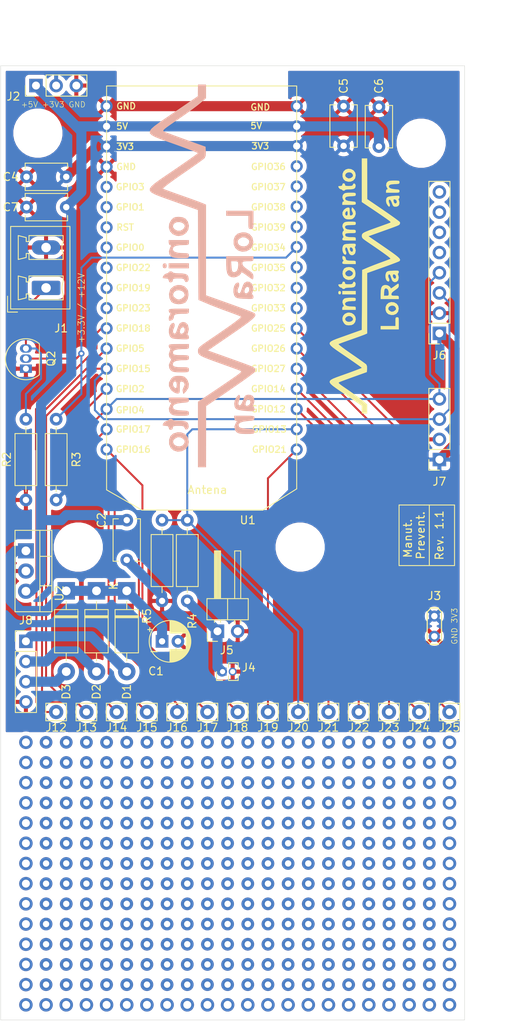
<source format=kicad_pcb>
(kicad_pcb (version 20171130) (host pcbnew "(5.1.9)-1")
  (layers (0 F.Cu signal) (31 B.Cu signal) (35 F.Paste user) (36 B.SilkS user) (37 F.SilkS user) (38 B.Mask user) (39 F.Mask user) (44 Edge.Cuts user))
  (net 0 "")
  (net 1 "Net-(J1-Pad1)")
  (net 2 GND)
  (net 3 +5V)
  (net 4 +3V3)
  (net 5 VBAT)
  (net 6 I2C_SCL)
  (net 7 I2C_SDA)
  (net 8 ENT_DIGITAL)
  (net 9 ADC_BAT)
  (net 10 "Net-(C1-Pad1)")
  (net 11 "Net-(D1-Pad2)")
  (net 12 "Net-(D2-Pad2)")
  (net 13 "Net-(D3-Pad2)")
  (net 14 "Net-(J6-Pad5)")
  (net 15 "Net-(J6-Pad6)")
  (net 16 "Net-(J6-Pad7)")
  (net 17 "Net-(J6-Pad8)")
  (net 18 "Net-(U1-Pad5)")
  (net 19 "Net-(U1-Pad6)")
  (net 20 "Net-(U1-Pad7)")
  (net 21 "Net-(U1-Pad8)")
  (net 22 "Net-(U1-Pad9)")
  (net 23 "Net-(U1-Pad10)")
  (net 24 "Net-(U1-Pad11)")
  (net 25 "Net-(U1-Pad26)")
  (net 26 "Net-(U1-Pad27)")
  (net 27 "Net-(U1-Pad28)")
  (net 28 "Net-(U1-Pad30)")
  (net 29 "Net-(U1-Pad31)")
  (net 30 "Net-(U1-Pad32)")
  (net 31 "Net-(U1-Pad33)")
  (net 32 "Net-(J12-Pad1)")
  (net 33 "Net-(J13-Pad1)")
  (net 34 "Net-(J15-Pad1)")
  (net 35 "Net-(J17-Pad1)")
  (net 36 "Net-(J18-Pad1)")
  (net 37 "Net-(J19-Pad1)")
  (net 38 "Net-(J21-Pad1)")
  (net 39 "Net-(J22-Pad1)")
  (net 40 "Net-(J23-Pad1)")
  (net 41 "Net-(J24-Pad1)")
  (net 42 "Net-(J25-Pad1)")
  (module Connector_PinSocket_2.54mm:PinSocket_1x08_P2.54mm_Vertical (layer F.Cu) (at 133.0452 48.641 180)
    (fp_text reference J6 (at 0 -2.77) (layer F.SilkS))
    (fp_text value MPU6050 hide)
    (pad 1 thru_hole rect (at 0 0 180) (size 1.7 1.7) (drill 1) (layers *.Cu *.Mask) (net 4 +3V3))
    (pad 2 thru_hole oval (at 0 2.54 180) (size 1.7 1.7) (drill 1) (layers *.Cu *.Mask) (net 2 GND))
    (pad 3 thru_hole oval (at 0 5.08 180) (size 1.7 1.7) (drill 1) (layers *.Cu *.Mask) (net 6 I2C_SCL))
    (pad 4 thru_hole oval (at 0 7.62 180) (size 1.7 1.7) (drill 1) (layers *.Cu *.Mask) (net 7 I2C_SDA))
    (pad 5 thru_hole oval (at 0 10.16 180) (size 1.7 1.7) (drill 1) (layers *.Cu *.Mask) (net 14 "Net-(J6-Pad5)"))
    (pad 6 thru_hole oval (at 0 12.7 180) (size 1.7 1.7) (drill 1) (layers *.Cu *.Mask) (net 15 "Net-(J6-Pad6)"))
    (pad 7 thru_hole oval (at 0 15.24 180) (size 1.7 1.7) (drill 1) (layers *.Cu *.Mask) (net 16 "Net-(J6-Pad7)"))
    (pad 8 thru_hole oval (at 0 17.78 180) (size 1.7 1.7) (drill 1) (layers *.Cu *.Mask) (net 17 "Net-(J6-Pad8)"))
  )
  (module Diode_THT:D_DO-41_SOD81_P10.16mm_Horizontal (layer F.Cu) (at 89.8652 81.026 270)
    (fp_text reference D2 (at 12.7 0 90) (layer F.SilkS))
    (fp_text value 1N5819 hide)
    (fp_text user K (at -0.6096 -2.1336 90) (layer F.SilkS))
    (pad 2 thru_hole oval (at 10.16 0 270) (size 2.2 2.2) (drill 1.1) (layers *.Cu *.Mask) (net 12 "Net-(D2-Pad2)"))
    (pad 1 thru_hole rect (at 0 0 270) (size 2.2 2.2) (drill 1.1) (layers *.Cu *.Mask) (net 10 "Net-(C1-Pad1)"))
  )
  (module logo_monitoramento_lorawan:logo_monitoramento_lorawan_pequeno (layer F.Cu) (at 123.698 42.7228 90)
    (fp_text reference G*** hide)
    (fp_text value LOGO hide)
  )
  (module logo_monitoramento_lorawan:logo_monitoramento_lorawan (layer B.Cu) (at 103.2764 41.3512 270)
    (fp_text reference G*** hide)
    (fp_text value LOGO hide)
  )
  (module heltec_wifi_lora_v1:Arduino_UNO_R3_OnlyMountingHoles (layer F.Cu) (at 102.87 32.1564)
    (fp_text reference " " (at 0 -5.6896 180) (layer F.SilkS))
    (fp_text value Arduino_UNO_R3_OnlyMountingHoles hide)
    (pad "" np_thru_hole circle (at -15.3035 43.3705) (size 3.2 3.2) (drill 3.2) (layers *.Cu *.Mask) (clearance 1.5))
    (pad "" np_thru_hole circle (at 12.6365 43.3705) (size 3.2 3.2) (drill 3.2) (layers *.Cu *.Mask) (clearance 1.5))
    (pad "" np_thru_hole circle (at 27.8765 -7.4295) (size 3.2 3.2) (drill 3.2) (layers *.Cu *.Mask) (clearance 1.5))
    (pad "" np_thru_hole circle (at -20.3835 -8.6995) (size 3.2 3.2) (drill 3.2) (layers *.Cu *.Mask) (clearance 1.5))
  )
  (module Connector_Phoenix_MC_HighVoltage:PhoenixContact_MCV_1,5_2-G-5.08_1x02_P5.08mm_Vertical (layer F.Cu) (at 83.5152 42.926 90)
    (fp_text reference J1 (at -5.08 1.905) (layer F.SilkS))
    (fp_text value ENT_DIGITAL hide)
    (pad 1 thru_hole roundrect (at 0 0 90) (size 1.8 3.6) (drill 1.2) (layers *.Cu *.Mask) (roundrect_rratio 0.1388888888888889) (net 1 "Net-(J1-Pad1)"))
    (pad 2 thru_hole oval (at 5.08 0 90) (size 1.8 3.6) (drill 1.2) (layers *.Cu *.Mask) (net 2 GND))
  )
  (module Connector_PinHeader_2.54mm:PinHeader_1x03_P2.54mm_Vertical (layer F.Cu) (at 82.2452 17.4752 90)
    (fp_text reference J2 (at -1.3716 -2.8448) (layer F.SilkS))
    (fp_text value Power hide)
    (pad 1 thru_hole rect (at 0 0 90) (size 1.7 1.7) (drill 1) (layers *.Cu *.Mask) (net 3 +5V))
    (pad 2 thru_hole oval (at 0 2.54 90) (size 1.7 1.7) (drill 1) (layers *.Cu *.Mask) (net 4 +3V3))
    (pad 3 thru_hole oval (at 0 5.08 90) (size 1.7 1.7) (drill 1) (layers *.Cu *.Mask) (net 2 GND))
  )
  (module Connector_PinHeader_2.54mm:PinHeader_1x02_P2.54mm_Horizontal (layer F.Cu) (at 105.1052 86.106 90)
    (fp_text reference J5 (at -2.3876 1.1684 180) (layer F.SilkS))
    (fp_text value BAT_HELTEC_CONN hide)
    (pad 1 thru_hole rect (at 0 0 90) (size 1.7 1.7) (drill 1) (layers *.Cu *.Mask) (net 5 VBAT))
    (pad 2 thru_hole oval (at 0 2.54 90) (size 1.7 1.7) (drill 1) (layers *.Cu *.Mask) (net 2 GND))
  )
  (module Connector_PinSocket_2.54mm:PinSocket_1x04_P2.54mm_Vertical (layer F.Cu) (at 133.0452 64.516 180)
    (fp_text reference J7 (at 0 -2.77) (layer F.SilkS))
    (fp_text value BMP180 hide)
    (pad 1 thru_hole rect (at 0 0 180) (size 1.7 1.7) (drill 1) (layers *.Cu *.Mask) (net 4 +3V3))
    (pad 2 thru_hole oval (at 0 2.54 180) (size 1.7 1.7) (drill 1) (layers *.Cu *.Mask) (net 2 GND))
    (pad 3 thru_hole oval (at 0 5.08 180) (size 1.7 1.7) (drill 1) (layers *.Cu *.Mask) (net 6 I2C_SCL))
    (pad 4 thru_hole oval (at 0 7.62 180) (size 1.7 1.7) (drill 1) (layers *.Cu *.Mask) (net 7 I2C_SDA))
  )
  (module Resistor_THT:R_Axial_DIN0207_L6.3mm_D2.5mm_P10.16mm_Horizontal (layer F.Cu) (at 80.9752 59.436 270)
    (fp_text reference R2 (at 5.08 2.413 90) (layer F.SilkS))
    (fp_text value 100k hide)
    (pad 2 thru_hole oval (at 10.16 0 270) (size 1.6 1.6) (drill 0.8) (layers *.Cu *.Mask) (net 2 GND))
    (pad 1 thru_hole circle (at 0 0 270) (size 1.6 1.6) (drill 0.8) (layers *.Cu *.Mask) (net 1 "Net-(J1-Pad1)"))
  )
  (module Resistor_THT:R_Axial_DIN0207_L6.3mm_D2.5mm_P10.16mm_Horizontal (layer F.Cu) (at 84.7852 69.596 90)
    (fp_text reference R3 (at 5.08 2.54 90) (layer F.SilkS))
    (fp_text value 100k hide)
    (pad 1 thru_hole circle (at 0 0 90) (size 1.6 1.6) (drill 0.8) (layers *.Cu *.Mask) (net 4 +3V3))
    (pad 2 thru_hole oval (at 10.16 0 90) (size 1.6 1.6) (drill 0.8) (layers *.Cu *.Mask) (net 8 ENT_DIGITAL))
  )
  (module Resistor_THT:R_Axial_DIN0207_L6.3mm_D2.5mm_P10.16mm_Horizontal (layer F.Cu) (at 101.2952 82.296 90)
    (fp_text reference R4 (at -2.54 0.635 90) (layer F.SilkS))
    (fp_text value 470k hide)
    (pad 2 thru_hole oval (at 10.16 0 90) (size 1.6 1.6) (drill 0.8) (layers *.Cu *.Mask) (net 9 ADC_BAT))
    (pad 1 thru_hole circle (at 0 0 90) (size 1.6 1.6) (drill 0.8) (layers *.Cu *.Mask) (net 5 VBAT))
  )
  (module Resistor_THT:R_Axial_DIN0207_L6.3mm_D2.5mm_P10.16mm_Horizontal (layer F.Cu) (at 98.1202 72.136 270)
    (fp_text reference R5 (at 12.065 1.905 90) (layer F.SilkS))
    (fp_text value 100k hide)
    (pad 1 thru_hole circle (at 0 0 270) (size 1.6 1.6) (drill 0.8) (layers *.Cu *.Mask) (net 9 ADC_BAT))
    (pad 2 thru_hole oval (at 10.16 0 270) (size 1.6 1.6) (drill 0.8) (layers *.Cu *.Mask) (net 2 GND))
  )
  (module heltec_wifi_lora_v1:Heltec_WiFi_LoRa_V1 (layer F.Cu) (at 103.8352 45.466)
    (fp_text reference U1 (at 5.08 26.67) (layer F.SilkS))
    (fp_text value Heltec_Wifi_LoRa_V1 hide)
    (fp_text user GND (at -10.2362 -25.4) (layer F.SilkS) (effects (font (size 0.8 0.8))))
    (fp_text user 3V3 (at -10.3632 -20.32) (layer F.SilkS) (effects (font (size 0.8 0.8))))
    (fp_text user 5V (at -10.7442 -22.86) (layer F.SilkS) (effects (font (size 0.8 0.8))))
    (fp_text user GND (at -10.2362 -17.78) (layer F.SilkS) (effects (font (size 0.8 0.8))))
    (fp_text user GPIO3 (at -9.7282 -15.24) (layer F.SilkS) (effects (font (size 0.8 0.8))))
    (fp_text user GPIO1 (at -9.7282 -12.7) (layer F.SilkS) (effects (font (size 0.8 0.8))))
    (fp_text user RST (at -10.3632 -10.16) (layer F.SilkS) (effects (font (size 0.8 0.8))))
    (fp_text user GPIO0 (at -9.7282 -7.62) (layer F.SilkS) (effects (font (size 0.8 0.8))))
    (fp_text user GPIO22 (at -9.3472 -5.08) (layer F.SilkS) (effects (font (size 0.8 0.8))))
    (fp_text user GPIO19 (at -9.3472 -2.54) (layer F.SilkS) (effects (font (size 0.8 0.8))))
    (fp_text user GPIO23 (at -9.3472 0) (layer F.SilkS) (effects (font (size 0.8 0.8))))
    (fp_text user GPIO18 (at -9.3472 2.54) (layer F.SilkS) (effects (font (size 0.8 0.8))))
    (fp_text user GPIO5 (at -9.7282 5.08) (layer F.SilkS) (effects (font (size 0.8 0.8))))
    (fp_text user GPIO15 (at -9.3472 7.62) (layer F.SilkS) (effects (font (size 0.8 0.8))))
    (fp_text user GPIO2 (at -9.7282 10.16) (layer F.SilkS) (effects (font (size 0.8 0.8))))
    (fp_text user GPIO4 (at -9.7282 12.827) (layer F.SilkS) (effects (font (size 0.8 0.8))))
    (fp_text user GPIO17 (at -9.3472 15.24) (layer F.SilkS) (effects (font (size 0.8 0.8))))
    (fp_text user GPIO16 (at -9.3472 17.78) (layer F.SilkS) (effects (font (size 0.8 0.8))))
    (fp_text user GND (at 6.6548 -25.273) (layer F.SilkS) (effects (font (size 0.8 0.8))))
    (fp_text user 5V (at 6.1468 -22.9235) (layer F.SilkS) (effects (font (size 0.8 0.8))))
    (fp_text user 3V3 (at 6.6548 -20.3835) (layer F.SilkS) (effects (font (size 0.8 0.8))))
    (fp_text user GPIO36 (at 7.6708 -17.78) (layer F.SilkS) (effects (font (size 0.8 0.8))))
    (fp_text user GPIO37 (at 7.6708 -15.24) (layer F.SilkS) (effects (font (size 0.8 0.8))))
    (fp_text user GPIO38 (at 7.6708 -12.7) (layer F.SilkS) (effects (font (size 0.8 0.8))))
    (fp_text user GPIO39 (at 7.6708 -10.16) (layer F.SilkS) (effects (font (size 0.8 0.8))))
    (fp_text user GPIO34 (at 7.6708 -7.62) (layer F.SilkS) (effects (font (size 0.8 0.8))))
    (fp_text user GPIO35 (at 7.6708 -5.08) (layer F.SilkS) (effects (font (size 0.8 0.8))))
    (fp_text user GPIO32 (at 7.6708 -2.54) (layer F.SilkS) (effects (font (size 0.8 0.8))))
    (fp_text user GPIO33 (at 7.6708 0) (layer F.SilkS) (effects (font (size 0.8 0.8))))
    (fp_text user GPIO25 (at 7.6708 2.54) (layer F.SilkS) (effects (font (size 0.8 0.8))))
    (fp_text user GPIO26 (at 7.6708 5.08) (layer F.SilkS) (effects (font (size 0.8 0.8))))
    (fp_text user GPIO27 (at 7.6708 7.62) (layer F.SilkS) (effects (font (size 0.8 0.8))))
    (fp_text user GPIO14 (at 7.6708 10.16) (layer F.SilkS) (effects (font (size 0.8 0.8))))
    (fp_text user GPIO12 (at 7.6708 12.7) (layer F.SilkS) (effects (font (size 0.8 0.8))))
    (fp_text user GPIO13 (at 7.7978 15.24) (layer F.SilkS) (effects (font (size 0.8 0.8))))
    (fp_text user GPIO21 (at 7.7978 17.78) (layer F.SilkS) (effects (font (size 0.8 0.8))))
    (fp_text user Antena (at 0 22.86) (layer F.SilkS))
    (pad 1 thru_hole circle (at -12.7 -25.4) (size 1.524 1.524) (drill 0.9) (layers *.Cu *.Mask) (net 2 GND))
    (pad 2 thru_hole circle (at -12.7 -22.86) (size 1.524 1.524) (drill 0.9) (layers *.Cu *.Mask) (net 3 +5V))
    (pad 3 thru_hole circle (at -12.7 -20.32) (size 1.524 1.524) (drill 0.9) (layers *.Cu *.Mask) (net 4 +3V3))
    (pad 4 thru_hole circle (at -12.7 -17.78) (size 1.524 1.524) (drill 0.9) (layers *.Cu *.Mask) (net 2 GND))
    (pad 5 thru_hole circle (at -12.7 -15.24) (size 1.524 1.524) (drill 0.9) (layers *.Cu *.Mask) (net 18 "Net-(U1-Pad5)"))
    (pad 6 thru_hole circle (at -12.7 -12.7) (size 1.524 1.524) (drill 0.9) (layers *.Cu *.Mask) (net 19 "Net-(U1-Pad6)"))
    (pad 7 thru_hole circle (at -12.7 -10.16) (size 1.524 1.524) (drill 0.9) (layers *.Cu *.Mask) (net 20 "Net-(U1-Pad7)"))
    (pad 8 thru_hole circle (at -12.7 -7.62) (size 1.524 1.524) (drill 0.9) (layers *.Cu *.Mask) (net 21 "Net-(U1-Pad8)"))
    (pad 9 thru_hole circle (at -12.7 -5.08) (size 1.524 1.524) (drill 0.9) (layers *.Cu *.Mask) (net 22 "Net-(U1-Pad9)"))
    (pad 10 thru_hole circle (at -12.7 -2.54) (size 1.524 1.524) (drill 0.9) (layers *.Cu *.Mask) (net 23 "Net-(U1-Pad10)"))
    (pad 11 thru_hole circle (at -12.7 0) (size 1.524 1.524) (drill 0.9) (layers *.Cu *.Mask) (net 24 "Net-(U1-Pad11)"))
    (pad 12 thru_hole circle (at -12.7 2.54) (size 1.524 1.524) (drill 0.9) (layers *.Cu *.Mask) (net 32 "Net-(J12-Pad1)"))
    (pad 13 thru_hole circle (at -12.7 5.08) (size 1.524 1.524) (drill 0.9) (layers *.Cu *.Mask) (net 33 "Net-(J13-Pad1)"))
    (pad 14 thru_hole circle (at -12.7 7.62) (size 1.524 1.524) (drill 0.9) (layers *.Cu *.Mask) (net 6 I2C_SCL))
    (pad 15 thru_hole circle (at -12.7 10.16) (size 1.524 1.524) (drill 0.9) (layers *.Cu *.Mask) (net 34 "Net-(J15-Pad1)"))
    (pad 16 thru_hole circle (at -12.7 12.7) (size 1.524 1.524) (drill 0.9) (layers *.Cu *.Mask) (net 7 I2C_SDA))
    (pad 17 thru_hole circle (at -12.7 15.24) (size 1.524 1.524) (drill 0.9) (layers *.Cu *.Mask) (net 35 "Net-(J17-Pad1)"))
    (pad 18 thru_hole circle (at -12.7 17.78) (size 1.524 1.524) (drill 0.9) (layers *.Cu *.Mask) (net 36 "Net-(J18-Pad1)"))
    (pad 19 thru_hole circle (at 11.2395 17.78) (size 1.524 1.524) (drill 0.9) (layers *.Cu *.Mask) (net 37 "Net-(J19-Pad1)"))
    (pad 20 thru_hole circle (at 11.2395 15.24) (size 1.524 1.524) (drill 0.9) (layers *.Cu *.Mask) (net 9 ADC_BAT))
    (pad 21 thru_hole circle (at 11.2395 12.7) (size 1.524 1.524) (drill 0.9) (layers *.Cu *.Mask) (net 38 "Net-(J21-Pad1)"))
    (pad 22 thru_hole circle (at 11.2395 10.16) (size 1.524 1.524) (drill 0.9) (layers *.Cu *.Mask) (net 39 "Net-(J22-Pad1)"))
    (pad 23 thru_hole circle (at 11.2395 7.62) (size 1.524 1.524) (drill 0.9) (layers *.Cu *.Mask) (net 40 "Net-(J23-Pad1)"))
    (pad 24 thru_hole circle (at 11.2395 5.08) (size 1.524 1.524) (drill 0.9) (layers *.Cu *.Mask) (net 41 "Net-(J24-Pad1)"))
    (pad 25 thru_hole circle (at 11.2395 2.54) (size 1.524 1.524) (drill 0.9) (layers *.Cu *.Mask) (net 42 "Net-(J25-Pad1)"))
    (pad 26 thru_hole circle (at 11.2395 0) (size 1.524 1.524) (drill 0.9) (layers *.Cu *.Mask) (net 25 "Net-(U1-Pad26)"))
    (pad 27 thru_hole circle (at 11.2395 -2.54) (size 1.524 1.524) (drill 0.9) (layers *.Cu *.Mask) (net 26 "Net-(U1-Pad27)"))
    (pad 28 thru_hole circle (at 11.2395 -5.1435) (size 1.524 1.524) (drill 0.9) (layers *.Cu *.Mask) (net 27 "Net-(U1-Pad28)"))
    (pad 29 thru_hole circle (at 11.2395 -7.6835) (size 1.524 1.524) (drill 0.9) (layers *.Cu *.Mask) (net 8 ENT_DIGITAL))
    (pad 30 thru_hole circle (at 11.2395 -10.2235) (size 1.524 1.524) (drill 0.9) (layers *.Cu *.Mask) (net 28 "Net-(U1-Pad30)"))
    (pad 31 thru_hole circle (at 11.2395 -12.7635) (size 1.524 1.524) (drill 0.9) (layers *.Cu *.Mask) (net 29 "Net-(U1-Pad31)"))
    (pad 32 thru_hole circle (at 11.2395 -15.3035) (size 1.524 1.524) (drill 0.9) (layers *.Cu *.Mask) (net 30 "Net-(U1-Pad32)"))
    (pad 33 thru_hole circle (at 11.2395 -17.8435) (size 1.524 1.524) (drill 0.9) (layers *.Cu *.Mask) (net 31 "Net-(U1-Pad33)"))
    (pad 34 thru_hole circle (at 11.2395 -20.3835) (size 1.524 1.524) (drill 0.9) (layers *.Cu *.Mask) (net 4 +3V3))
    (pad 35 thru_hole circle (at 11.2395 -22.86) (size 1.524 1.524) (drill 0.9) (layers *.Cu *.Mask) (net 3 +5V))
    (pad 36 thru_hole circle (at 11.2395 -25.4) (size 1.524 1.524) (drill 0.9) (layers *.Cu *.Mask) (net 2 GND))
  )
  (module TestPoint:TestPoint_2Pads_Pitch2.54mm_Drill0.8mm (layer F.Cu) (at 132.4102 84.201 270)
    (fp_text reference J3 (at -2.54 0 180) (layer F.SilkS))
    (fp_text value TESTE_TENSAO hide)
    (pad 1 thru_hole circle (at 0 0 270) (size 1.4 1.4) (drill 0.8) (layers *.Cu *.Mask) (net 4 +3V3))
    (pad 2 thru_hole circle (at 2.54 0 270) (size 1.4 1.4) (drill 0.8) (layers *.Cu *.Mask) (net 2 GND))
  )
  (module Capacitor_THT:CP_Radial_D5.0mm_P2.00mm (layer F.Cu) (at 98.1202 87.376)
    (fp_text reference C1 (at -0.762 3.7592) (layer F.SilkS))
    (fp_text value 10uF hide)
    (pad 1 thru_hole rect (at 0 0) (size 1.6 1.6) (drill 0.8) (layers *.Cu *.Mask) (net 10 "Net-(C1-Pad1)"))
    (pad 2 thru_hole circle (at 2 0) (size 1.6 1.6) (drill 0.8) (layers *.Cu *.Mask) (net 2 GND))
  )
  (module Diode_THT:D_DO-41_SOD81_P10.16mm_Horizontal (layer F.Cu) (at 93.6752 81.026 270)
    (fp_text reference D1 (at 12.7 0 90) (layer F.SilkS))
    (fp_text value 1N5819 hide)
    (pad 1 thru_hole rect (at 0 0 270) (size 2.2 2.2) (drill 1.1) (layers *.Cu *.Mask) (net 10 "Net-(C1-Pad1)"))
    (pad 2 thru_hole oval (at 10.16 0 270) (size 2.2 2.2) (drill 1.1) (layers *.Cu *.Mask) (net 11 "Net-(D1-Pad2)"))
  )
  (module Diode_THT:D_DO-41_SOD81_P10.16mm_Horizontal (layer F.Cu) (at 86.0552 81.026 270)
    (fp_text reference D3 (at 12.7 0 90) (layer F.SilkS))
    (fp_text value 1N5819 hide)
    (pad 1 thru_hole rect (at 0 0 270) (size 2.2 2.2) (drill 1.1) (layers *.Cu *.Mask) (net 10 "Net-(C1-Pad1)"))
    (pad 2 thru_hole oval (at 10.16 0 270) (size 2.2 2.2) (drill 1.1) (layers *.Cu *.Mask) (net 13 "Net-(D3-Pad2)"))
  )
  (module Connector_PinHeader_2.54mm:PinHeader_1x04_P2.54mm_Vertical (layer F.Cu) (at 80.9752 87.376)
    (fp_text reference J8 (at 0 -2.6416) (layer F.SilkS))
    (fp_text value "Renewable energy" hide)
    (pad 4 thru_hole oval (at 0 7.62) (size 1.7 1.7) (drill 1) (layers *.Cu *.Mask) (net 2 GND))
    (pad 3 thru_hole oval (at 0 5.08) (size 1.7 1.7) (drill 1) (layers *.Cu *.Mask) (net 13 "Net-(D3-Pad2)"))
    (pad 2 thru_hole oval (at 0 2.54) (size 1.7 1.7) (drill 1) (layers *.Cu *.Mask) (net 12 "Net-(D2-Pad2)"))
    (pad 1 thru_hole rect (at 0 0) (size 1.7 1.7) (drill 1) (layers *.Cu *.Mask) (net 11 "Net-(D1-Pad2)"))
  )
  (module Package_TO_SOT_THT:TO-220-3_Vertical (layer F.Cu) (at 80.9752 75.9968 270)
    (fp_text reference U2 (at 5.334 -4.2164 90) (layer F.SilkS))
    (fp_text value LM7805_TO220 hide)
    (pad 1 thru_hole rect (at 0 0 270) (size 1.905 2) (drill 1.1) (layers *.Cu *.Mask) (net 10 "Net-(C1-Pad1)"))
    (pad 2 thru_hole oval (at 2.54 0 270) (size 1.905 2) (drill 1.1) (layers *.Cu *.Mask) (net 2 GND))
    (pad 3 thru_hole oval (at 5.08 0 270) (size 1.905 2) (drill 1.1) (layers *.Cu *.Mask) (net 3 +5V))
  )
  (module Connector_PinHeader_1.27mm:PinHeader_1x02_P1.27mm_Vertical (layer F.Cu) (at 105.7402 91.186 90)
    (fp_text reference J4 (at 0.508 3.302 180) (layer F.SilkS))
    (fp_text value BAT_EXT_JST_1.25mm hide)
    (pad 1 thru_hole rect (at 0 0 90) (size 1 1) (drill 0.65) (layers *.Cu *.Mask) (net 5 VBAT))
    (pad 2 thru_hole oval (at 0 1.27 90) (size 1 1) (drill 0.65) (layers *.Cu *.Mask) (net 2 GND))
  )
  (module Capacitor_THT:C_Disc_D5.1mm_W3.2mm_P5.00mm (layer F.Cu) (at 93.6752 72.136 270)
    (fp_text reference C2 (at 0 3.175 90) (layer F.SilkS))
    (fp_text value 0.1uF hide)
    (pad 1 thru_hole circle (at 0 0 270) (size 1.6 1.6) (drill 0.8) (layers *.Cu *.Mask) (net 3 +5V))
    (pad 2 thru_hole circle (at 5 0 270) (size 1.6 1.6) (drill 0.8) (layers *.Cu *.Mask) (net 2 GND))
  )
  (module Capacitor_THT:C_Disc_D5.1mm_W3.2mm_P5.00mm (layer F.Cu) (at 86.0552 28.956 180)
    (fp_text reference C4 (at 6.985 0) (layer F.SilkS))
    (fp_text value 0.1uF hide)
    (pad 2 thru_hole circle (at 5 0 180) (size 1.6 1.6) (drill 0.8) (layers *.Cu *.Mask) (net 2 GND))
    (pad 1 thru_hole circle (at 0 0 180) (size 1.6 1.6) (drill 0.8) (layers *.Cu *.Mask) (net 4 +3V3))
  )
  (module Capacitor_THT:C_Disc_D5.1mm_W3.2mm_P5.00mm (layer F.Cu) (at 120.9802 25.066 90)
    (fp_text reference C5 (at 7.54 0 90) (layer F.SilkS))
    (fp_text value 0.1uF hide)
    (pad 1 thru_hole circle (at 0 0 90) (size 1.6 1.6) (drill 0.8) (layers *.Cu *.Mask) (net 4 +3V3))
    (pad 2 thru_hole circle (at 5 0 90) (size 1.6 1.6) (drill 0.8) (layers *.Cu *.Mask) (net 2 GND))
  )
  (module Capacitor_THT:C_Disc_D5.1mm_W3.2mm_P5.00mm (layer F.Cu) (at 125.4252 25.146 90)
    (fp_text reference C6 (at 7.62 0 90) (layer F.SilkS))
    (fp_text value 0.1uF hide)
    (pad 2 thru_hole circle (at 5 0 90) (size 1.6 1.6) (drill 0.8) (layers *.Cu *.Mask) (net 2 GND))
    (pad 1 thru_hole circle (at 0 0 90) (size 1.6 1.6) (drill 0.8) (layers *.Cu *.Mask) (net 3 +5V))
  )
  (module Capacitor_THT:C_Disc_D5.1mm_W3.2mm_P5.00mm (layer F.Cu) (at 86.0552 32.766 180)
    (fp_text reference C7 (at 6.985 0) (layer F.SilkS))
    (fp_text value 0.1uF hide)
    (pad 1 thru_hole circle (at 0 0 180) (size 1.6 1.6) (drill 0.8) (layers *.Cu *.Mask) (net 3 +5V))
    (pad 2 thru_hole circle (at 5 0 180) (size 1.6 1.6) (drill 0.8) (layers *.Cu *.Mask) (net 2 GND))
  )
  (module Connector_Pin:Pin_D0.9mm_L10.0mm_W2.4mm_FlatFork (layer F.Cu) (at 84.7852 96.266)
    (fp_text reference J12 (at 0 1.95) (layer F.SilkS))
    (fp_text value Conn_01x01 hide)
    (pad 1 thru_hole circle (at 0 0) (size 1.8 1.8) (drill 0.9) (layers *.Cu *.Mask) (net 32 "Net-(J12-Pad1)"))
  )
  (module Connector_Pin:Pin_D0.9mm_L10.0mm_W2.4mm_FlatFork (layer F.Cu) (at 88.5952 96.266)
    (fp_text reference J13 (at 0 1.95) (layer F.SilkS))
    (fp_text value Conn_01x01 hide)
    (pad 1 thru_hole circle (at 0 0) (size 1.8 1.8) (drill 0.9) (layers *.Cu *.Mask) (net 33 "Net-(J13-Pad1)"))
  )
  (module Connector_Pin:Pin_D0.9mm_L10.0mm_W2.4mm_FlatFork (layer F.Cu) (at 92.4052 96.266)
    (fp_text reference J14 (at 0 1.95) (layer F.SilkS))
    (fp_text value Conn_01x01 hide)
    (pad 1 thru_hole circle (at 0 0) (size 1.8 1.8) (drill 0.9) (layers *.Cu *.Mask) (net 6 I2C_SCL))
  )
  (module Connector_Pin:Pin_D0.9mm_L10.0mm_W2.4mm_FlatFork (layer F.Cu) (at 96.2152 96.266)
    (fp_text reference J15 (at 0 1.95) (layer F.SilkS))
    (fp_text value Conn_01x01 hide)
    (pad 1 thru_hole circle (at 0 0) (size 1.8 1.8) (drill 0.9) (layers *.Cu *.Mask) (net 34 "Net-(J15-Pad1)"))
  )
  (module Connector_Pin:Pin_D0.9mm_L10.0mm_W2.4mm_FlatFork (layer F.Cu) (at 100.0252 96.266)
    (fp_text reference J16 (at 0 1.95) (layer F.SilkS))
    (fp_text value Conn_01x01 hide)
    (pad 1 thru_hole circle (at 0 0) (size 1.8 1.8) (drill 0.9) (layers *.Cu *.Mask) (net 7 I2C_SDA))
  )
  (module Connector_Pin:Pin_D0.9mm_L10.0mm_W2.4mm_FlatFork (layer F.Cu) (at 103.8352 96.266)
    (fp_text reference J17 (at 0 1.95) (layer F.SilkS))
    (fp_text value Conn_01x01 hide)
    (pad 1 thru_hole circle (at 0 0) (size 1.8 1.8) (drill 0.9) (layers *.Cu *.Mask) (net 35 "Net-(J17-Pad1)"))
  )
  (module Connector_Pin:Pin_D0.9mm_L10.0mm_W2.4mm_FlatFork (layer F.Cu) (at 107.6452 96.266)
    (fp_text reference J18 (at 0 1.95) (layer F.SilkS))
    (fp_text value Conn_01x01 hide)
    (pad 1 thru_hole circle (at 0 0) (size 1.8 1.8) (drill 0.9) (layers *.Cu *.Mask) (net 36 "Net-(J18-Pad1)"))
  )
  (module Connector_Pin:Pin_D0.9mm_L10.0mm_W2.4mm_FlatFork (layer F.Cu) (at 111.4552 96.266)
    (fp_text reference J19 (at 0 1.95) (layer F.SilkS))
    (fp_text value Conn_01x01 hide)
    (pad 1 thru_hole circle (at 0 0) (size 1.8 1.8) (drill 0.9) (layers *.Cu *.Mask) (net 37 "Net-(J19-Pad1)"))
  )
  (module Connector_Pin:Pin_D0.9mm_L10.0mm_W2.4mm_FlatFork (layer F.Cu) (at 115.2652 96.266)
    (fp_text reference J20 (at 0 1.95) (layer F.SilkS))
    (fp_text value Conn_01x01 hide)
    (pad 1 thru_hole circle (at 0 0) (size 1.8 1.8) (drill 0.9) (layers *.Cu *.Mask) (net 9 ADC_BAT))
  )
  (module Connector_Pin:Pin_D0.9mm_L10.0mm_W2.4mm_FlatFork (layer F.Cu) (at 119.0752 96.266)
    (fp_text reference J21 (at 0 1.95) (layer F.SilkS))
    (fp_text value Conn_01x01 hide)
    (pad 1 thru_hole circle (at 0 0) (size 1.8 1.8) (drill 0.9) (layers *.Cu *.Mask) (net 38 "Net-(J21-Pad1)"))
  )
  (module Connector_Pin:Pin_D0.9mm_L10.0mm_W2.4mm_FlatFork (layer F.Cu) (at 122.8852 96.266)
    (fp_text reference J22 (at 0 1.95) (layer F.SilkS))
    (fp_text value Conn_01x01 hide)
    (pad 1 thru_hole circle (at 0 0) (size 1.8 1.8) (drill 0.9) (layers *.Cu *.Mask) (net 39 "Net-(J22-Pad1)"))
  )
  (module Connector_Pin:Pin_D0.9mm_L10.0mm_W2.4mm_FlatFork (layer F.Cu) (at 126.6952 96.266)
    (fp_text reference J23 (at 0 1.95) (layer F.SilkS))
    (fp_text value Conn_01x01 hide)
    (pad 1 thru_hole circle (at 0 0) (size 1.8 1.8) (drill 0.9) (layers *.Cu *.Mask) (net 40 "Net-(J23-Pad1)"))
  )
  (module Connector_Pin:Pin_D0.9mm_L10.0mm_W2.4mm_FlatFork (layer F.Cu) (at 130.5052 96.266)
    (fp_text reference J24 (at 0 1.95) (layer F.SilkS))
    (fp_text value Conn_01x01 hide)
    (pad 1 thru_hole circle (at 0 0) (size 1.8 1.8) (drill 0.9) (layers *.Cu *.Mask) (net 41 "Net-(J24-Pad1)"))
  )
  (module Connector_Pin:Pin_D0.9mm_L10.0mm_W2.4mm_FlatFork (layer F.Cu) (at 134.3152 96.266)
    (fp_text reference J25 (at 0 1.95) (layer F.SilkS))
    (fp_text value Conn_01x01 hide)
    (pad 1 thru_hole circle (at 0 0) (size 1.8 1.8) (drill 0.9) (layers *.Cu *.Mask) (net 42 "Net-(J25-Pad1)"))
  )
  (module TO-92L_Inline (layer F.Cu) (at 80.9752 53.086 90)
    (fp_text reference Q2 (at 1.27 3.175 90) (layer F.SilkS))
    (fp_text value BSS89)
    (pad 2 thru_hole oval (at 1.27 0 90) (size 1.05 1.5) (drill 0.75) (layers *.Cu *.Mask) (net 8 ENT_DIGITAL))
    (pad 3 thru_hole oval (at 2.54 0 90) (size 1.05 1.5) (drill 0.75) (layers *.Cu *.Mask) (net 1 "Net-(J1-Pad1)"))
    (pad 1 thru_hole rect (at 0 0 90) (size 1.05 1.5) (drill 0.75) (layers *.Cu *.Mask) (net 2 GND))
  )
  (gr_line (start 131.7752 70.231) (end 131.7752 77.851) (layer F.SilkS) (width 0.12))
  (gr_line (start 127.9652 70.231) (end 131.1402 70.231) (layer F.SilkS) (width 0.12))
  (gr_line (start 127.9652 77.851) (end 127.9652 70.231) (layer F.SilkS) (width 0.12))
  (gr_line (start 131.1402 77.851) (end 127.9652 77.851) (layer F.SilkS) (width 0.12))
  (gr_text "Manut. \nPrevent." (at 129.8702 74.041 90) (layer F.SilkS) (effects (font (size 1 1))))
  (gr_line (start 77.8002 14.986) (end 136.2202 14.986) (layer Edge.Cuts) (width 0.05))
  (gr_line (start 134.9502 77.851) (end 131.1402 77.851) (layer F.SilkS) (width 0.12))
  (gr_line (start 134.9502 70.231) (end 134.9502 77.851) (layer F.SilkS) (width 0.12))
  (gr_line (start 131.1402 70.231) (end 134.9502 70.231) (layer F.SilkS) (width 0.12))
  (gr_text "Rev. 1.1" (at 133.0452 74.041 90) (layer F.SilkS) (effects (font (size 1 1))))
  (gr_line (start 77.8002 14.986) (end 77.8002 135.001) (layer Edge.Cuts) (width 0.05))
  (gr_line (start 136.2202 135.001) (end 136.2202 14.986) (layer Edge.Cuts) (width 0.05))
  (gr_line (start 77.8002 135.001) (end 136.2202 135.001) (layer Edge.Cuts) (width 0.05))
  (gr_text "+5V +3V3 GND" (at 84.4296 19.8628) (layer F.SilkS) (effects (font (size 0.7 0.7) (thickness 0.07))))
  (gr_text "-  +" (at 98.5012 88.5952) (layer F.SilkS) (effects (font (size 1 1))))
  (gr_text "GND 3V3" (at 134.9502 85.471 90) (layer F.SilkS) (effects (font (size 0.7 0.7) (thickness 0.08))))
  (gr_text "+3.3V / +12V" (at 87.9602 45.466 90) (layer F.SilkS) (effects (font (size 0.8 0.8) (thickness 0.08))))
  (via (at 80.9752 133.096) (size 1.7) (drill 1) (layers F.Cu B.Cu) (net 0))
  (via (at 134.3152 133.096) (size 1.7) (drill 1) (layers F.Cu B.Cu) (net 0))
  (via (at 96.2152 100.076) (size 1.6) (drill 0.8) (layers F.Cu B.Cu) (net 0))
  (via (at 91.1352 100.076) (size 1.6) (drill 0.8) (layers F.Cu B.Cu) (net 0))
  (via (at 108.9152 100.076) (size 1.6) (drill 0.8) (layers F.Cu B.Cu) (net 0))
  (via (at 129.2352 100.076) (size 1.6) (drill 0.8) (layers F.Cu B.Cu) (net 0))
  (via (at 116.5352 100.076) (size 1.6) (drill 0.8) (layers F.Cu B.Cu) (net 0))
  (via (at 124.1552 100.076) (size 1.6) (drill 0.8) (layers F.Cu B.Cu) (net 0))
  (via (at 88.5952 100.076) (size 1.6) (drill 0.8) (layers F.Cu B.Cu) (net 0))
  (via (at 126.6952 100.076) (size 1.6) (drill 0.8) (layers F.Cu B.Cu) (net 0))
  (via (at 86.0552 100.076) (size 1.6) (drill 0.8) (layers F.Cu B.Cu) (net 0))
  (via (at 106.3752 100.076) (size 1.6) (drill 0.8) (layers F.Cu B.Cu) (net 0))
  (via (at 131.7752 100.076) (size 1.6) (drill 0.8) (layers F.Cu B.Cu) (net 0))
  (via (at 93.6752 100.076) (size 1.6) (drill 0.8) (layers F.Cu B.Cu) (net 0))
  (via (at 134.3152 100.076) (size 1.7) (drill 1) (layers F.Cu B.Cu) (net 0))
  (via (at 98.7552 100.076) (size 1.6) (drill 0.8) (layers F.Cu B.Cu) (net 0))
  (via (at 113.9952 100.076) (size 1.6) (drill 0.8) (layers F.Cu B.Cu) (net 0))
  (via (at 101.2952 100.076) (size 1.6) (drill 0.8) (layers F.Cu B.Cu) (net 0))
  (via (at 121.6152 100.076) (size 1.6) (drill 0.8) (layers F.Cu B.Cu) (net 0))
  (via (at 103.8352 100.076) (size 1.6) (drill 0.8) (layers F.Cu B.Cu) (net 0))
  (via (at 119.0752 100.076) (size 1.6) (drill 0.8) (layers F.Cu B.Cu) (net 0))
  (via (at 111.4552 100.076) (size 1.6) (drill 0.8) (layers F.Cu B.Cu) (net 0))
  (via (at 80.9752 100.076) (size 1.7) (drill 1) (layers F.Cu B.Cu) (net 0))
  (via (at 83.5152 100.076) (size 1.6) (drill 0.8) (layers F.Cu B.Cu) (net 0))
  (via (at 91.1352 105.156) (size 1.6) (drill 0.8) (layers F.Cu B.Cu) (net 0))
  (via (at 116.5352 105.156) (size 1.6) (drill 0.8) (layers F.Cu B.Cu) (net 0))
  (via (at 126.6952 105.156) (size 1.6) (drill 0.8) (layers F.Cu B.Cu) (net 0))
  (via (at 106.3752 105.156) (size 1.6) (drill 0.8) (layers F.Cu B.Cu) (net 0))
  (via (at 96.2152 102.616) (size 1.6) (drill 0.8) (layers F.Cu B.Cu) (net 0))
  (via (at 91.1352 102.616) (size 1.6) (drill 0.8) (layers F.Cu B.Cu) (net 0))
  (via (at 108.9152 102.616) (size 1.6) (drill 0.8) (layers F.Cu B.Cu) (net 0))
  (via (at 129.2352 102.616) (size 1.6) (drill 0.8) (layers F.Cu B.Cu) (net 0))
  (via (at 116.5352 102.616) (size 1.6) (drill 0.8) (layers F.Cu B.Cu) (net 0))
  (via (at 124.1552 102.616) (size 1.6) (drill 0.8) (layers F.Cu B.Cu) (net 0))
  (via (at 88.5952 102.616) (size 1.6) (drill 0.8) (layers F.Cu B.Cu) (net 0))
  (via (at 126.6952 102.616) (size 1.6) (drill 0.8) (layers F.Cu B.Cu) (net 0))
  (via (at 96.2152 105.156) (size 1.6) (drill 0.8) (layers F.Cu B.Cu) (net 0))
  (via (at 86.0552 102.616) (size 1.6) (drill 0.8) (layers F.Cu B.Cu) (net 0))
  (via (at 106.3752 102.616) (size 1.6) (drill 0.8) (layers F.Cu B.Cu) (net 0))
  (via (at 131.7752 102.616) (size 1.6) (drill 0.8) (layers F.Cu B.Cu) (net 0))
  (via (at 93.6752 102.616) (size 1.6) (drill 0.8) (layers F.Cu B.Cu) (net 0))
  (via (at 134.3152 102.616) (size 1.7) (drill 1) (layers F.Cu B.Cu) (net 0))
  (via (at 98.7552 102.616) (size 1.6) (drill 0.8) (layers F.Cu B.Cu) (net 0))
  (via (at 129.2352 105.156) (size 1.6) (drill 0.8) (layers F.Cu B.Cu) (net 0))
  (via (at 88.5952 105.156) (size 1.6) (drill 0.8) (layers F.Cu B.Cu) (net 0))
  (via (at 113.9952 102.616) (size 1.6) (drill 0.8) (layers F.Cu B.Cu) (net 0))
  (via (at 131.7752 105.156) (size 1.6) (drill 0.8) (layers F.Cu B.Cu) (net 0))
  (via (at 134.3152 105.156) (size 1.7) (drill 1) (layers F.Cu B.Cu) (net 0))
  (via (at 98.7552 105.156) (size 1.6) (drill 0.8) (layers F.Cu B.Cu) (net 0))
  (via (at 113.9952 105.156) (size 1.6) (drill 0.8) (layers F.Cu B.Cu) (net 0))
  (via (at 101.2952 105.156) (size 1.6) (drill 0.8) (layers F.Cu B.Cu) (net 0))
  (via (at 111.4552 105.156) (size 1.6) (drill 0.8) (layers F.Cu B.Cu) (net 0))
  (via (at 86.0552 105.156) (size 1.6) (drill 0.8) (layers F.Cu B.Cu) (net 0))
  (via (at 80.9752 105.156) (size 1.7) (drill 1) (layers F.Cu B.Cu) (net 0))
  (via (at 83.5152 105.156) (size 1.6) (drill 0.8) (layers F.Cu B.Cu) (net 0))
  (via (at 124.1552 105.156) (size 1.6) (drill 0.8) (layers F.Cu B.Cu) (net 0))
  (via (at 101.2952 102.616) (size 1.6) (drill 0.8) (layers F.Cu B.Cu) (net 0))
  (via (at 108.9152 105.156) (size 1.6) (drill 0.8) (layers F.Cu B.Cu) (net 0))
  (via (at 119.0752 105.156) (size 1.6) (drill 0.8) (layers F.Cu B.Cu) (net 0))
  (via (at 96.2152 107.696) (size 1.6) (drill 0.8) (layers F.Cu B.Cu) (net 0))
  (via (at 121.6152 105.156) (size 1.6) (drill 0.8) (layers F.Cu B.Cu) (net 0))
  (via (at 91.1352 107.696) (size 1.6) (drill 0.8) (layers F.Cu B.Cu) (net 0))
  (via (at 108.9152 107.696) (size 1.6) (drill 0.8) (layers F.Cu B.Cu) (net 0))
  (via (at 121.6152 102.616) (size 1.6) (drill 0.8) (layers F.Cu B.Cu) (net 0))
  (via (at 93.6752 105.156) (size 1.6) (drill 0.8) (layers F.Cu B.Cu) (net 0))
  (via (at 103.8352 105.156) (size 1.6) (drill 0.8) (layers F.Cu B.Cu) (net 0))
  (via (at 103.8352 102.616) (size 1.6) (drill 0.8) (layers F.Cu B.Cu) (net 0))
  (via (at 119.0752 102.616) (size 1.6) (drill 0.8) (layers F.Cu B.Cu) (net 0))
  (via (at 129.2352 107.696) (size 1.6) (drill 0.8) (layers F.Cu B.Cu) (net 0))
  (via (at 111.4552 102.616) (size 1.6) (drill 0.8) (layers F.Cu B.Cu) (net 0))
  (via (at 93.6752 107.696) (size 1.6) (drill 0.8) (layers F.Cu B.Cu) (net 0))
  (via (at 119.0752 107.696) (size 1.6) (drill 0.8) (layers F.Cu B.Cu) (net 0))
  (via (at 80.9752 107.696) (size 1.7) (drill 1) (layers F.Cu B.Cu) (net 0))
  (via (at 116.5352 107.696) (size 1.6) (drill 0.8) (layers F.Cu B.Cu) (net 0))
  (via (at 113.9952 107.696) (size 1.6) (drill 0.8) (layers F.Cu B.Cu) (net 0))
  (via (at 126.6952 107.696) (size 1.6) (drill 0.8) (layers F.Cu B.Cu) (net 0))
  (via (at 98.7552 107.696) (size 1.6) (drill 0.8) (layers F.Cu B.Cu) (net 0))
  (via (at 101.2952 107.696) (size 1.6) (drill 0.8) (layers F.Cu B.Cu) (net 0))
  (via (at 103.8352 107.696) (size 1.6) (drill 0.8) (layers F.Cu B.Cu) (net 0))
  (via (at 121.6152 107.696) (size 1.6) (drill 0.8) (layers F.Cu B.Cu) (net 0))
  (via (at 83.5152 107.696) (size 1.6) (drill 0.8) (layers F.Cu B.Cu) (net 0))
  (via (at 134.3152 107.696) (size 1.7) (drill 1) (layers F.Cu B.Cu) (net 0))
  (via (at 124.1552 107.696) (size 1.6) (drill 0.8) (layers F.Cu B.Cu) (net 0))
  (via (at 106.3752 107.696) (size 1.6) (drill 0.8) (layers F.Cu B.Cu) (net 0))
  (via (at 88.5952 107.696) (size 1.6) (drill 0.8) (layers F.Cu B.Cu) (net 0))
  (via (at 111.4552 107.696) (size 1.6) (drill 0.8) (layers F.Cu B.Cu) (net 0))
  (via (at 131.7752 107.696) (size 1.6) (drill 0.8) (layers F.Cu B.Cu) (net 0))
  (via (at 86.0552 107.696) (size 1.6) (drill 0.8) (layers F.Cu B.Cu) (net 0))
  (via (at 80.9752 102.616) (size 1.7) (drill 1) (layers F.Cu B.Cu) (net 0))
  (via (at 83.5152 102.616) (size 1.6) (drill 0.8) (layers F.Cu B.Cu) (net 0))
  (via (at 91.1352 112.776) (size 1.6) (drill 0.8) (layers F.Cu B.Cu) (net 0))
  (via (at 116.5352 112.776) (size 1.6) (drill 0.8) (layers F.Cu B.Cu) (net 0))
  (via (at 126.6952 112.776) (size 1.6) (drill 0.8) (layers F.Cu B.Cu) (net 0))
  (via (at 106.3752 112.776) (size 1.6) (drill 0.8) (layers F.Cu B.Cu) (net 0))
  (via (at 96.2152 110.236) (size 1.6) (drill 0.8) (layers F.Cu B.Cu) (net 0))
  (via (at 91.1352 110.236) (size 1.6) (drill 0.8) (layers F.Cu B.Cu) (net 0))
  (via (at 108.9152 110.236) (size 1.6) (drill 0.8) (layers F.Cu B.Cu) (net 0))
  (via (at 129.2352 110.236) (size 1.6) (drill 0.8) (layers F.Cu B.Cu) (net 0))
  (via (at 116.5352 110.236) (size 1.6) (drill 0.8) (layers F.Cu B.Cu) (net 0))
  (via (at 124.1552 110.236) (size 1.6) (drill 0.8) (layers F.Cu B.Cu) (net 0))
  (via (at 88.5952 110.236) (size 1.6) (drill 0.8) (layers F.Cu B.Cu) (net 0))
  (via (at 126.6952 110.236) (size 1.6) (drill 0.8) (layers F.Cu B.Cu) (net 0))
  (via (at 96.2152 112.776) (size 1.6) (drill 0.8) (layers F.Cu B.Cu) (net 0))
  (via (at 86.0552 110.236) (size 1.6) (drill 0.8) (layers F.Cu B.Cu) (net 0))
  (via (at 106.3752 110.236) (size 1.6) (drill 0.8) (layers F.Cu B.Cu) (net 0))
  (via (at 131.7752 110.236) (size 1.6) (drill 0.8) (layers F.Cu B.Cu) (net 0))
  (via (at 93.6752 110.236) (size 1.6) (drill 0.8) (layers F.Cu B.Cu) (net 0))
  (via (at 134.3152 110.236) (size 1.7) (drill 1) (layers F.Cu B.Cu) (net 0))
  (via (at 98.7552 110.236) (size 1.6) (drill 0.8) (layers F.Cu B.Cu) (net 0))
  (via (at 129.2352 112.776) (size 1.6) (drill 0.8) (layers F.Cu B.Cu) (net 0))
  (via (at 88.5952 112.776) (size 1.6) (drill 0.8) (layers F.Cu B.Cu) (net 0))
  (via (at 113.9952 110.236) (size 1.6) (drill 0.8) (layers F.Cu B.Cu) (net 0))
  (via (at 131.7752 112.776) (size 1.6) (drill 0.8) (layers F.Cu B.Cu) (net 0))
  (via (at 134.3152 112.776) (size 1.7) (drill 1) (layers F.Cu B.Cu) (net 0))
  (via (at 98.7552 112.776) (size 1.6) (drill 0.8) (layers F.Cu B.Cu) (net 0))
  (via (at 113.9952 112.776) (size 1.6) (drill 0.8) (layers F.Cu B.Cu) (net 0))
  (via (at 101.2952 112.776) (size 1.6) (drill 0.8) (layers F.Cu B.Cu) (net 0))
  (via (at 111.4552 112.776) (size 1.6) (drill 0.8) (layers F.Cu B.Cu) (net 0))
  (via (at 86.0552 112.776) (size 1.6) (drill 0.8) (layers F.Cu B.Cu) (net 0))
  (via (at 80.9752 112.776) (size 1.7) (drill 1) (layers F.Cu B.Cu) (net 0))
  (via (at 83.5152 112.776) (size 1.6) (drill 0.8) (layers F.Cu B.Cu) (net 0))
  (via (at 124.1552 112.776) (size 1.6) (drill 0.8) (layers F.Cu B.Cu) (net 0))
  (via (at 101.2952 110.236) (size 1.6) (drill 0.8) (layers F.Cu B.Cu) (net 0))
  (via (at 108.9152 112.776) (size 1.6) (drill 0.8) (layers F.Cu B.Cu) (net 0))
  (via (at 119.0752 112.776) (size 1.6) (drill 0.8) (layers F.Cu B.Cu) (net 0))
  (via (at 96.2152 115.316) (size 1.6) (drill 0.8) (layers F.Cu B.Cu) (net 0))
  (via (at 121.6152 112.776) (size 1.6) (drill 0.8) (layers F.Cu B.Cu) (net 0))
  (via (at 91.1352 115.316) (size 1.6) (drill 0.8) (layers F.Cu B.Cu) (net 0))
  (via (at 108.9152 115.316) (size 1.6) (drill 0.8) (layers F.Cu B.Cu) (net 0))
  (via (at 121.6152 110.236) (size 1.6) (drill 0.8) (layers F.Cu B.Cu) (net 0))
  (via (at 93.6752 112.776) (size 1.6) (drill 0.8) (layers F.Cu B.Cu) (net 0))
  (via (at 103.8352 112.776) (size 1.6) (drill 0.8) (layers F.Cu B.Cu) (net 0))
  (via (at 103.8352 110.236) (size 1.6) (drill 0.8) (layers F.Cu B.Cu) (net 0))
  (via (at 119.0752 110.236) (size 1.6) (drill 0.8) (layers F.Cu B.Cu) (net 0))
  (via (at 129.2352 115.316) (size 1.6) (drill 0.8) (layers F.Cu B.Cu) (net 0))
  (via (at 111.4552 110.236) (size 1.6) (drill 0.8) (layers F.Cu B.Cu) (net 0))
  (via (at 93.6752 115.316) (size 1.6) (drill 0.8) (layers F.Cu B.Cu) (net 0))
  (via (at 119.0752 115.316) (size 1.6) (drill 0.8) (layers F.Cu B.Cu) (net 0))
  (via (at 80.9752 115.316) (size 1.7) (drill 1) (layers F.Cu B.Cu) (net 0))
  (via (at 116.5352 115.316) (size 1.6) (drill 0.8) (layers F.Cu B.Cu) (net 0))
  (via (at 113.9952 115.316) (size 1.6) (drill 0.8) (layers F.Cu B.Cu) (net 0))
  (via (at 126.6952 115.316) (size 1.6) (drill 0.8) (layers F.Cu B.Cu) (net 0))
  (via (at 98.7552 115.316) (size 1.6) (drill 0.8) (layers F.Cu B.Cu) (net 0))
  (via (at 101.2952 115.316) (size 1.6) (drill 0.8) (layers F.Cu B.Cu) (net 0))
  (via (at 103.8352 115.316) (size 1.6) (drill 0.8) (layers F.Cu B.Cu) (net 0))
  (via (at 121.6152 115.316) (size 1.6) (drill 0.8) (layers F.Cu B.Cu) (net 0))
  (via (at 83.5152 115.316) (size 1.6) (drill 0.8) (layers F.Cu B.Cu) (net 0))
  (via (at 134.3152 115.316) (size 1.7) (drill 1) (layers F.Cu B.Cu) (net 0))
  (via (at 124.1552 115.316) (size 1.6) (drill 0.8) (layers F.Cu B.Cu) (net 0))
  (via (at 106.3752 115.316) (size 1.6) (drill 0.8) (layers F.Cu B.Cu) (net 0))
  (via (at 88.5952 115.316) (size 1.6) (drill 0.8) (layers F.Cu B.Cu) (net 0))
  (via (at 111.4552 115.316) (size 1.6) (drill 0.8) (layers F.Cu B.Cu) (net 0))
  (via (at 131.7752 115.316) (size 1.6) (drill 0.8) (layers F.Cu B.Cu) (net 0))
  (via (at 86.0552 115.316) (size 1.6) (drill 0.8) (layers F.Cu B.Cu) (net 0))
  (via (at 80.9752 110.236) (size 1.7) (drill 1) (layers F.Cu B.Cu) (net 0))
  (via (at 83.5152 110.236) (size 1.6) (drill 0.8) (layers F.Cu B.Cu) (net 0))
  (via (at 91.1352 120.396) (size 1.6) (drill 0.8) (layers F.Cu B.Cu) (net 0))
  (via (at 116.5352 120.396) (size 1.6) (drill 0.8) (layers F.Cu B.Cu) (net 0))
  (via (at 126.6952 120.396) (size 1.6) (drill 0.8) (layers F.Cu B.Cu) (net 0))
  (via (at 106.3752 120.396) (size 1.6) (drill 0.8) (layers F.Cu B.Cu) (net 0))
  (via (at 96.2152 117.856) (size 1.6) (drill 0.8) (layers F.Cu B.Cu) (net 0))
  (via (at 91.1352 117.856) (size 1.6) (drill 0.8) (layers F.Cu B.Cu) (net 0))
  (via (at 108.9152 117.856) (size 1.6) (drill 0.8) (layers F.Cu B.Cu) (net 0))
  (via (at 129.2352 117.856) (size 1.6) (drill 0.8) (layers F.Cu B.Cu) (net 0))
  (via (at 116.5352 117.856) (size 1.6) (drill 0.8) (layers F.Cu B.Cu) (net 0))
  (via (at 124.1552 117.856) (size 1.6) (drill 0.8) (layers F.Cu B.Cu) (net 0))
  (via (at 88.5952 117.856) (size 1.6) (drill 0.8) (layers F.Cu B.Cu) (net 0))
  (via (at 126.6952 117.856) (size 1.6) (drill 0.8) (layers F.Cu B.Cu) (net 0))
  (via (at 96.2152 120.396) (size 1.6) (drill 0.8) (layers F.Cu B.Cu) (net 0))
  (via (at 86.0552 117.856) (size 1.6) (drill 0.8) (layers F.Cu B.Cu) (net 0))
  (via (at 106.3752 117.856) (size 1.6) (drill 0.8) (layers F.Cu B.Cu) (net 0))
  (via (at 131.7752 117.856) (size 1.6) (drill 0.8) (layers F.Cu B.Cu) (net 0))
  (via (at 93.6752 117.856) (size 1.6) (drill 0.8) (layers F.Cu B.Cu) (net 0))
  (via (at 134.3152 117.856) (size 1.7) (drill 1) (layers F.Cu B.Cu) (net 0))
  (via (at 98.7552 117.856) (size 1.6) (drill 0.8) (layers F.Cu B.Cu) (net 0))
  (via (at 129.2352 120.396) (size 1.6) (drill 0.8) (layers F.Cu B.Cu) (net 0))
  (via (at 88.5952 120.396) (size 1.6) (drill 0.8) (layers F.Cu B.Cu) (net 0))
  (via (at 113.9952 117.856) (size 1.6) (drill 0.8) (layers F.Cu B.Cu) (net 0))
  (via (at 131.7752 120.396) (size 1.6) (drill 0.8) (layers F.Cu B.Cu) (net 0))
  (via (at 134.3152 120.396) (size 1.7) (drill 1) (layers F.Cu B.Cu) (net 0))
  (via (at 98.7552 120.396) (size 1.6) (drill 0.8) (layers F.Cu B.Cu) (net 0))
  (via (at 113.9952 120.396) (size 1.6) (drill 0.8) (layers F.Cu B.Cu) (net 0))
  (via (at 101.2952 120.396) (size 1.6) (drill 0.8) (layers F.Cu B.Cu) (net 0))
  (via (at 111.4552 120.396) (size 1.6) (drill 0.8) (layers F.Cu B.Cu) (net 0))
  (via (at 86.0552 120.396) (size 1.6) (drill 0.8) (layers F.Cu B.Cu) (net 0))
  (via (at 80.9752 120.396) (size 1.7) (drill 1) (layers F.Cu B.Cu) (net 0))
  (via (at 83.5152 120.396) (size 1.6) (drill 0.8) (layers F.Cu B.Cu) (net 0))
  (via (at 124.1552 120.396) (size 1.6) (drill 0.8) (layers F.Cu B.Cu) (net 0))
  (via (at 101.2952 117.856) (size 1.6) (drill 0.8) (layers F.Cu B.Cu) (net 0))
  (via (at 108.9152 120.396) (size 1.6) (drill 0.8) (layers F.Cu B.Cu) (net 0))
  (via (at 119.0752 120.396) (size 1.6) (drill 0.8) (layers F.Cu B.Cu) (net 0))
  (via (at 96.2152 122.936) (size 1.6) (drill 0.8) (layers F.Cu B.Cu) (net 0))
  (via (at 121.6152 120.396) (size 1.6) (drill 0.8) (layers F.Cu B.Cu) (net 0))
  (via (at 91.1352 122.936) (size 1.6) (drill 0.8) (layers F.Cu B.Cu) (net 0))
  (via (at 108.9152 122.936) (size 1.6) (drill 0.8) (layers F.Cu B.Cu) (net 0))
  (via (at 121.6152 117.856) (size 1.6) (drill 0.8) (layers F.Cu B.Cu) (net 0))
  (via (at 93.6752 120.396) (size 1.6) (drill 0.8) (layers F.Cu B.Cu) (net 0))
  (via (at 103.8352 120.396) (size 1.6) (drill 0.8) (layers F.Cu B.Cu) (net 0))
  (via (at 103.8352 117.856) (size 1.6) (drill 0.8) (layers F.Cu B.Cu) (net 0))
  (via (at 119.0752 117.856) (size 1.6) (drill 0.8) (layers F.Cu B.Cu) (net 0))
  (via (at 129.2352 122.936) (size 1.6) (drill 0.8) (layers F.Cu B.Cu) (net 0))
  (via (at 111.4552 117.856) (size 1.6) (drill 0.8) (layers F.Cu B.Cu) (net 0))
  (via (at 93.6752 122.936) (size 1.6) (drill 0.8) (layers F.Cu B.Cu) (net 0))
  (via (at 119.0752 122.936) (size 1.6) (drill 0.8) (layers F.Cu B.Cu) (net 0))
  (via (at 80.9752 122.936) (size 1.7) (drill 1) (layers F.Cu B.Cu) (net 0))
  (via (at 116.5352 122.936) (size 1.6) (drill 0.8) (layers F.Cu B.Cu) (net 0))
  (via (at 113.9952 122.936) (size 1.6) (drill 0.8) (layers F.Cu B.Cu) (net 0))
  (via (at 126.6952 122.936) (size 1.6) (drill 0.8) (layers F.Cu B.Cu) (net 0))
  (via (at 98.7552 122.936) (size 1.6) (drill 0.8) (layers F.Cu B.Cu) (net 0))
  (via (at 101.2952 122.936) (size 1.6) (drill 0.8) (layers F.Cu B.Cu) (net 0))
  (via (at 103.8352 122.936) (size 1.6) (drill 0.8) (layers F.Cu B.Cu) (net 0))
  (via (at 121.6152 122.936) (size 1.6) (drill 0.8) (layers F.Cu B.Cu) (net 0))
  (via (at 83.5152 122.936) (size 1.6) (drill 0.8) (layers F.Cu B.Cu) (net 0))
  (via (at 134.3152 122.936) (size 1.7) (drill 1) (layers F.Cu B.Cu) (net 0))
  (via (at 124.1552 122.936) (size 1.6) (drill 0.8) (layers F.Cu B.Cu) (net 0))
  (via (at 106.3752 122.936) (size 1.6) (drill 0.8) (layers F.Cu B.Cu) (net 0))
  (via (at 88.5952 122.936) (size 1.6) (drill 0.8) (layers F.Cu B.Cu) (net 0))
  (via (at 111.4552 122.936) (size 1.6) (drill 0.8) (layers F.Cu B.Cu) (net 0))
  (via (at 131.7752 122.936) (size 1.6) (drill 0.8) (layers F.Cu B.Cu) (net 0))
  (via (at 86.0552 122.936) (size 1.6) (drill 0.8) (layers F.Cu B.Cu) (net 0))
  (via (at 80.9752 117.856) (size 1.7) (drill 1) (layers F.Cu B.Cu) (net 0))
  (via (at 83.5152 117.856) (size 1.6) (drill 0.8) (layers F.Cu B.Cu) (net 0))
  (via (at 91.1352 128.016) (size 1.6) (drill 0.8) (layers F.Cu B.Cu) (net 0))
  (via (at 116.5352 128.016) (size 1.6) (drill 0.8) (layers F.Cu B.Cu) (net 0))
  (via (at 126.6952 128.016) (size 1.6) (drill 0.8) (layers F.Cu B.Cu) (net 0))
  (via (at 106.3752 128.016) (size 1.6) (drill 0.8) (layers F.Cu B.Cu) (net 0))
  (via (at 96.2152 125.476) (size 1.6) (drill 0.8) (layers F.Cu B.Cu) (net 0))
  (via (at 91.1352 125.476) (size 1.6) (drill 0.8) (layers F.Cu B.Cu) (net 0))
  (via (at 108.9152 125.476) (size 1.6) (drill 0.8) (layers F.Cu B.Cu) (net 0))
  (via (at 129.2352 125.476) (size 1.6) (drill 0.8) (layers F.Cu B.Cu) (net 0))
  (via (at 116.5352 125.476) (size 1.6) (drill 0.8) (layers F.Cu B.Cu) (net 0))
  (via (at 124.1552 125.476) (size 1.6) (drill 0.8) (layers F.Cu B.Cu) (net 0))
  (via (at 88.5952 125.476) (size 1.6) (drill 0.8) (layers F.Cu B.Cu) (net 0))
  (via (at 126.6952 125.476) (size 1.6) (drill 0.8) (layers F.Cu B.Cu) (net 0))
  (via (at 96.2152 128.016) (size 1.6) (drill 0.8) (layers F.Cu B.Cu) (net 0))
  (via (at 86.0552 125.476) (size 1.6) (drill 0.8) (layers F.Cu B.Cu) (net 0))
  (via (at 106.3752 125.476) (size 1.6) (drill 0.8) (layers F.Cu B.Cu) (net 0))
  (via (at 131.7752 125.476) (size 1.6) (drill 0.8) (layers F.Cu B.Cu) (net 0))
  (via (at 93.6752 125.476) (size 1.6) (drill 0.8) (layers F.Cu B.Cu) (net 0))
  (via (at 134.3152 125.476) (size 1.7) (drill 1) (layers F.Cu B.Cu) (net 0))
  (via (at 98.7552 125.476) (size 1.6) (drill 0.8) (layers F.Cu B.Cu) (net 0))
  (via (at 129.2352 128.016) (size 1.6) (drill 0.8) (layers F.Cu B.Cu) (net 0))
  (via (at 88.5952 128.016) (size 1.6) (drill 0.8) (layers F.Cu B.Cu) (net 0))
  (via (at 113.9952 125.476) (size 1.6) (drill 0.8) (layers F.Cu B.Cu) (net 0))
  (via (at 131.7752 128.016) (size 1.6) (drill 0.8) (layers F.Cu B.Cu) (net 0))
  (via (at 134.3152 128.016) (size 1.7) (drill 1) (layers F.Cu B.Cu) (net 0))
  (via (at 98.7552 128.016) (size 1.6) (drill 0.8) (layers F.Cu B.Cu) (net 0))
  (via (at 113.9952 128.016) (size 1.6) (drill 0.8) (layers F.Cu B.Cu) (net 0))
  (via (at 101.2952 128.016) (size 1.6) (drill 0.8) (layers F.Cu B.Cu) (net 0))
  (via (at 111.4552 128.016) (size 1.6) (drill 0.8) (layers F.Cu B.Cu) (net 0))
  (via (at 86.0552 128.016) (size 1.6) (drill 0.8) (layers F.Cu B.Cu) (net 0))
  (via (at 80.9752 128.016) (size 1.7) (drill 1) (layers F.Cu B.Cu) (net 0))
  (via (at 83.5152 128.016) (size 1.6) (drill 0.8) (layers F.Cu B.Cu) (net 0))
  (via (at 124.1552 128.016) (size 1.6) (drill 0.8) (layers F.Cu B.Cu) (net 0))
  (via (at 101.2952 125.476) (size 1.6) (drill 0.8) (layers F.Cu B.Cu) (net 0))
  (via (at 108.9152 128.016) (size 1.6) (drill 0.8) (layers F.Cu B.Cu) (net 0))
  (via (at 119.0752 128.016) (size 1.6) (drill 0.8) (layers F.Cu B.Cu) (net 0))
  (via (at 96.2152 130.556) (size 1.6) (drill 0.8) (layers F.Cu B.Cu) (net 0))
  (via (at 121.6152 128.016) (size 1.6) (drill 0.8) (layers F.Cu B.Cu) (net 0))
  (via (at 91.1352 130.556) (size 1.6) (drill 0.8) (layers F.Cu B.Cu) (net 0))
  (via (at 108.9152 130.556) (size 1.6) (drill 0.8) (layers F.Cu B.Cu) (net 0))
  (via (at 121.6152 125.476) (size 1.6) (drill 0.8) (layers F.Cu B.Cu) (net 0))
  (via (at 93.6752 128.016) (size 1.6) (drill 0.8) (layers F.Cu B.Cu) (net 0))
  (via (at 103.8352 128.016) (size 1.6) (drill 0.8) (layers F.Cu B.Cu) (net 0))
  (via (at 103.8352 125.476) (size 1.6) (drill 0.8) (layers F.Cu B.Cu) (net 0))
  (via (at 119.0752 125.476) (size 1.6) (drill 0.8) (layers F.Cu B.Cu) (net 0))
  (via (at 129.2352 130.556) (size 1.6) (drill 0.8) (layers F.Cu B.Cu) (net 0))
  (via (at 111.4552 125.476) (size 1.6) (drill 0.8) (layers F.Cu B.Cu) (net 0))
  (via (at 93.6752 130.556) (size 1.6) (drill 0.8) (layers F.Cu B.Cu) (net 0))
  (via (at 119.0752 130.556) (size 1.6) (drill 0.8) (layers F.Cu B.Cu) (net 0))
  (via (at 80.9752 130.556) (size 1.7) (drill 1) (layers F.Cu B.Cu) (net 0))
  (via (at 116.5352 130.556) (size 1.6) (drill 0.8) (layers F.Cu B.Cu) (net 0))
  (via (at 113.9952 130.556) (size 1.6) (drill 0.8) (layers F.Cu B.Cu) (net 0))
  (via (at 126.6952 130.556) (size 1.6) (drill 0.8) (layers F.Cu B.Cu) (net 0))
  (via (at 98.7552 130.556) (size 1.6) (drill 0.8) (layers F.Cu B.Cu) (net 0))
  (via (at 101.2952 130.556) (size 1.6) (drill 0.8) (layers F.Cu B.Cu) (net 0))
  (via (at 103.8352 130.556) (size 1.6) (drill 0.8) (layers F.Cu B.Cu) (net 0))
  (via (at 121.6152 130.556) (size 1.6) (drill 0.8) (layers F.Cu B.Cu) (net 0))
  (via (at 83.5152 130.556) (size 1.6) (drill 0.8) (layers F.Cu B.Cu) (net 0))
  (via (at 134.3152 130.556) (size 1.7) (drill 1) (layers F.Cu B.Cu) (net 0))
  (via (at 124.1552 130.556) (size 1.6) (drill 0.8) (layers F.Cu B.Cu) (net 0))
  (via (at 106.3752 130.556) (size 1.6) (drill 0.8) (layers F.Cu B.Cu) (net 0))
  (via (at 88.5952 130.556) (size 1.6) (drill 0.8) (layers F.Cu B.Cu) (net 0))
  (via (at 111.4552 130.556) (size 1.6) (drill 0.8) (layers F.Cu B.Cu) (net 0))
  (via (at 131.7752 130.556) (size 1.6) (drill 0.8) (layers F.Cu B.Cu) (net 0))
  (via (at 86.0552 130.556) (size 1.6) (drill 0.8) (layers F.Cu B.Cu) (net 0))
  (via (at 80.9752 125.476) (size 1.7) (drill 1) (layers F.Cu B.Cu) (net 0))
  (via (at 83.5152 125.476) (size 1.6) (drill 0.8) (layers F.Cu B.Cu) (net 0))
  (via (at 83.5152 133.096) (size 1.7) (drill 1) (layers F.Cu B.Cu) (net 0))
  (via (at 86.0552 133.096) (size 1.7) (drill 1) (layers F.Cu B.Cu) (net 0))
  (via (at 88.5952 133.096) (size 1.7) (drill 1) (layers F.Cu B.Cu) (net 0))
  (via (at 91.1352 133.096) (size 1.7) (drill 1) (layers F.Cu B.Cu) (net 0))
  (via (at 93.6752 133.096) (size 1.7) (drill 1) (layers F.Cu B.Cu) (net 0))
  (via (at 98.7552 133.096) (size 1.7) (drill 1) (layers F.Cu B.Cu) (net 0))
  (via (at 96.2152 133.096) (size 1.7) (drill 1) (layers F.Cu B.Cu) (net 0))
  (via (at 101.2952 133.096) (size 1.7) (drill 1) (layers F.Cu B.Cu) (net 0))
  (via (at 103.8352 133.096) (size 1.7) (drill 1) (layers F.Cu B.Cu) (net 0))
  (via (at 108.9152 133.096) (size 1.7) (drill 1) (layers F.Cu B.Cu) (net 0))
  (via (at 106.3752 133.096) (size 1.7) (drill 1) (layers F.Cu B.Cu) (net 0))
  (via (at 111.4552 133.096) (size 1.7) (drill 1) (layers F.Cu B.Cu) (net 0))
  (via (at 113.9952 133.096) (size 1.7) (drill 1) (layers F.Cu B.Cu) (net 0))
  (via (at 119.0752 133.096) (size 1.7) (drill 1) (layers F.Cu B.Cu) (net 0))
  (via (at 116.5352 133.096) (size 1.7) (drill 1) (layers F.Cu B.Cu) (net 0))
  (via (at 121.6152 133.096) (size 1.7) (drill 1) (layers F.Cu B.Cu) (net 0))
  (via (at 124.1552 133.096) (size 1.7) (drill 1) (layers F.Cu B.Cu) (net 0))
  (via (at 129.2352 133.096) (size 1.7) (drill 1) (layers F.Cu B.Cu) (net 0))
  (via (at 126.6952 133.096) (size 1.7) (drill 1) (layers F.Cu B.Cu) (net 0))
  (via (at 131.7752 133.096) (size 1.7) (drill 1) (layers F.Cu B.Cu) (net 0))
  (segment (start 80.9752 45.466) (end 80.9752 49.276) (width 0.25) (layer F.Cu) (net 1))
  (segment (start 83.5152 42.926) (end 80.9752 45.466) (width 0.25) (layer F.Cu) (net 1))
  (segment (start 80.9752 49.276) (end 80.9752 50.546) (width 0.24892) (layer F.Cu) (net 1))
  (segment (start 80.9752 50.546) (end 82.2452 50.546) (width 0.24892) (layer B.Cu) (net 1))
  (segment (start 82.2452 50.546) (end 82.8802 51.181) (width 0.24892) (layer B.Cu) (net 1))
  (segment (start 82.8802 51.181) (end 82.8802 54.356) (width 0.24892) (layer B.Cu) (net 1))
  (segment (start 82.8802 54.356) (end 80.9752 56.261) (width 0.24892) (layer B.Cu) (net 1))
  (segment (start 80.9752 56.261) (end 80.9752 59.436) (width 0.24892) (layer B.Cu) (net 1))
  (segment (start 91.1352 20.066) (end 115.0747 20.066) (width 1.27) (layer F.Cu) (net 2))
  (segment (start 98.1202 81.581) (end 93.6752 77.136) (width 1.27) (layer B.Cu) (net 2))
  (segment (start 98.1202 82.296) (end 98.1202 81.581) (width 1.27) (layer B.Cu) (net 2))
  (segment (start 81.6831 80.8736) (end 81.6356 80.8736) (width 0.25) (layer B.Cu) (net 3))
  (segment (start 82.042 17.4752) (end 82.7532 17.4752) (width 0.25) (layer F.Cu) (net 3))
  (segment (start 82.2452 18.161) (end 82.2452 17.4752) (width 0.25) (layer F.Cu) (net 3))
  (segment (start 91.1352 22.606) (end 115.0747 22.606) (width 1.27) (layer B.Cu) (net 3))
  (segment (start 82.2452 17.4752) (end 82.2452 18.161) (width 0.25) (layer B.Cu) (net 3))
  (segment (start 82.2452 17.526) (end 87.3252 22.606) (width 1.27) (layer B.Cu) (net 3))
  (segment (start 87.3252 22.606) (end 91.1352 22.606) (width 1.27) (layer B.Cu) (net 3))
  (segment (start 81.5594 81.0768) (end 82.8802 79.756) (width 1.27) (layer B.Cu) (net 3))
  (segment (start 80.9752 81.0768) (end 81.5594 81.0768) (width 1.27) (layer B.Cu) (net 3))
  (segment (start 87.9602 23.241) (end 87.3252 22.606) (width 1.27) (layer B.Cu) (net 3))
  (segment (start 87.9602 29.591) (end 87.9602 23.241) (width 1.27) (layer B.Cu) (net 3))
  (segment (start 87.9602 30.861) (end 87.9602 29.591) (width 1.27) (layer B.Cu) (net 3))
  (segment (start 86.0552 32.766) (end 87.9602 30.861) (width 1.27) (layer B.Cu) (net 3))
  (segment (start 115.0747 22.606) (end 124.7902 22.606) (width 1.27) (layer B.Cu) (net 3))
  (segment (start 124.7902 22.606) (end 125.4252 23.241) (width 1.27) (layer B.Cu) (net 3))
  (segment (start 125.4252 23.241) (end 125.4252 25.146) (width 1.27) (layer B.Cu) (net 3))
  (segment (start 82.8802 72.136) (end 82.8802 79.756) (width 1.27) (layer B.Cu) (net 3))
  (segment (start 82.8802 57.531) (end 82.8802 72.136) (width 1.27) (layer B.Cu) (net 3))
  (segment (start 86.0552 71.501) (end 85.4202 72.136) (width 1.27) (layer B.Cu) (net 3))
  (segment (start 85.4202 72.136) (end 82.8802 72.136) (width 1.27) (layer B.Cu) (net 3))
  (segment (start 86.0552 71.501) (end 89.8652 71.501) (width 1.27) (layer B.Cu) (net 3))
  (segment (start 89.8652 71.501) (end 90.5002 72.136) (width 1.27) (layer B.Cu) (net 3))
  (segment (start 93.6752 72.136) (end 90.5002 72.136) (width 1.27) (layer B.Cu) (net 3))
  (segment (start 86.6902 33.401) (end 86.0552 32.766) (width 1.27) (layer B.Cu) (net 3))
  (segment (start 86.6902 53.721) (end 86.6902 33.401) (width 1.27) (layer B.Cu) (net 3))
  (segment (start 83.150199 57.261001) (end 86.6902 53.721) (width 1.27) (layer B.Cu) (net 3))
  (segment (start 91.1987 25.0825) (end 91.1352 25.146) (width 1.27) (layer B.Cu) (net 4))
  (segment (start 115.0747 25.0825) (end 91.1987 25.0825) (width 1.27) (layer B.Cu) (net 4))
  (segment (start 133.0452 48.641) (end 134.9502 50.546) (width 1.27) (layer F.Cu) (net 4))
  (segment (start 134.9502 62.611) (end 133.0452 64.516) (width 1.27) (layer F.Cu) (net 4))
  (segment (start 134.9502 50.546) (end 134.9502 62.611) (width 1.27) (layer F.Cu) (net 4))
  (segment (start 89.8652 25.146) (end 86.0552 28.956) (width 1.27) (layer F.Cu) (net 4))
  (segment (start 91.1352 25.146) (end 89.8652 25.146) (width 1.27) (layer F.Cu) (net 4))
  (segment (start 101.2952 82.296) (end 105.1052 86.106) (width 1.27) (layer B.Cu) (net 5))
  (segment (start 105.1052 90.616001) (end 105.675199 91.186) (width 1.27) (layer B.Cu) (net 5))
  (segment (start 105.1052 86.106) (end 105.1052 90.616001) (width 1.27) (layer B.Cu) (net 5))
  (segment (start 89.662 54.5592) (end 91.1352 53.086) (width 0.25) (layer B.Cu) (net 6))
  (segment (start 89.662 58.301562) (end 89.662 54.5592) (width 0.25) (layer B.Cu) (net 6))
  (segment (start 90.796438 59.436) (end 89.662 58.301562) (width 0.25) (layer B.Cu) (net 6))
  (segment (start 90.796438 59.436) (end 131.1402 59.436) (width 0.25) (layer B.Cu) (net 6))
  (segment (start 131.1402 59.436) (end 133.0452 59.436) (width 0.25) (layer B.Cu) (net 6))
  (segment (start 134.3152 58.166) (end 133.0452 59.436) (width 0.25) (layer B.Cu) (net 6))
  (segment (start 134.3152 44.831) (end 134.3152 58.166) (width 0.25) (layer B.Cu) (net 6))
  (segment (start 133.0452 43.561) (end 134.3152 44.831) (width 0.25) (layer B.Cu) (net 6))
  (segment (start 90.730189 94.590989) (end 92.4052 96.266) (width 0.25) (layer F.Cu) (net 6))
  (segment (start 85.650188 94.590988) (end 90.730189 94.590989) (width 0.25) (layer F.Cu) (net 6))
  (segment (start 83.5152 92.456) (end 85.650188 94.590988) (width 0.25) (layer F.Cu) (net 6))
  (segment (start 83.5152 59.040998) (end 83.5152 92.456) (width 0.25) (layer F.Cu) (net 6))
  (segment (start 89.470198 53.086) (end 83.5152 59.040998) (width 0.25) (layer F.Cu) (net 6))
  (segment (start 91.1352 53.086) (end 89.470198 53.086) (width 0.25) (layer F.Cu) (net 6))
  (segment (start 133.2992 56.7944) (end 133.1976 56.896) (width 0.25) (layer B.Cu) (net 7))
  (segment (start 133.0452 41.021) (end 131.870199 42.196001) (width 0.25) (layer B.Cu) (net 7))
  (segment (start 131.870199 53.815999) (end 133.0452 54.991) (width 0.25) (layer B.Cu) (net 7))
  (segment (start 131.870199 42.196001) (end 131.870199 53.815999) (width 0.25) (layer B.Cu) (net 7))
  (segment (start 92.4052 56.896) (end 91.1352 58.166) (width 0.25) (layer B.Cu) (net 7))
  (segment (start 131.1402 56.896) (end 92.4052 56.896) (width 0.25) (layer B.Cu) (net 7))
  (segment (start 133.0452 56.896) (end 133.0452 54.991) (width 0.25) (layer B.Cu) (net 7))
  (segment (start 131.1402 56.896) (end 133.0452 56.896) (width 0.25) (layer B.Cu) (net 7))
  (segment (start 100.0252 96.266) (end 100.0252 95.25) (width 0.25) (layer F.Cu) (net 7))
  (segment (start 100.0252 95.25) (end 92.1512 87.376) (width 0.25) (layer F.Cu) (net 7))
  (segment (start 92.1512 87.376) (end 92.1512 73.152) (width 0.25) (layer F.Cu) (net 7))
  (segment (start 87.9602 65.151) (end 87.9602 61.341) (width 0.24892) (layer F.Cu) (net 7))
  (segment (start 92.1512 69.342) (end 87.9602 65.151) (width 0.24892) (layer F.Cu) (net 7))
  (segment (start 92.1512 73.152) (end 92.1512 69.342) (width 0.24892) (layer F.Cu) (net 7))
  (segment (start 87.9602 61.341) (end 91.1352 58.166) (width 0.25) (layer F.Cu) (net 7))
  (segment (start 113.924199 38.933001) (end 115.0747 37.7825) (width 0.25) (layer B.Cu) (net 8))
  (segment (start 86.50521 57.71599) (end 84.7852 59.436) (width 0.25) (layer B.Cu) (net 8))
  (segment (start 87.9602 56.261) (end 86.50521 57.71599) (width 0.25) (layer B.Cu) (net 8))
  (segment (start 87.9602 40.386) (end 87.9602 55.626) (width 0.25) (layer B.Cu) (net 8))
  (segment (start 89.2302 39.116) (end 87.9602 40.386) (width 0.25) (layer B.Cu) (net 8))
  (segment (start 113.7412 39.116) (end 89.8652 39.116) (width 0.25) (layer B.Cu) (net 8))
  (segment (start 115.0747 37.7825) (end 113.7412 39.116) (width 0.25) (layer B.Cu) (net 8))
  (via (at 87.9602 51.181) (size 0.8) (drill 0.4) (layers F.Cu B.Cu) (net 8))
  (segment (start 87.9602 56.261) (end 87.9602 55.626) (width 0.24892) (layer B.Cu) (net 8))
  (segment (start 89.8652 39.116) (end 89.2302 39.116) (width 0.24892) (layer B.Cu) (net 8))
  (segment (start 87.9602 51.181) (end 87.3252 51.816) (width 0.24892) (layer F.Cu) (net 8))
  (segment (start 87.3252 51.816) (end 80.9752 51.816) (width 0.24892) (layer F.Cu) (net 8))
  (segment (start 115.0747 60.706) (end 101.9302 60.706) (width 0.25) (layer B.Cu) (net 9))
  (segment (start 101.2952 61.341) (end 101.2952 72.136) (width 0.25) (layer B.Cu) (net 9))
  (segment (start 101.9302 60.706) (end 101.2952 61.341) (width 0.25) (layer B.Cu) (net 9))
  (segment (start 101.2952 72.136) (end 98.1202 72.136) (width 0.25) (layer B.Cu) (net 9))
  (segment (start 115.2652 86.106) (end 101.2952 72.136) (width 0.25) (layer B.Cu) (net 9))
  (segment (start 115.2652 96.266) (end 115.2652 86.106) (width 0.25) (layer B.Cu) (net 9))
  (segment (start 81.6831 75.7936) (end 81.6356 75.7936) (width 0.25) (layer F.Cu) (net 10))
  (segment (start 93.6752 81.026) (end 89.8652 81.026) (width 1.27) (layer B.Cu) (net 10))
  (segment (start 89.8652 81.026) (end 86.0552 81.026) (width 1.27) (layer B.Cu) (net 10))
  (segment (start 86.0552 81.026) (end 86.0044 81.026) (width 0.25) (layer F.Cu) (net 10))
  (segment (start 98.1202 87.376) (end 98.1202 85.471) (width 1.27) (layer B.Cu) (net 10))
  (segment (start 98.1202 85.471) (end 93.6752 81.026) (width 1.27) (layer B.Cu) (net 10))
  (segment (start 80.9752 75.9968) (end 79.6544 75.9968) (width 1.27) (layer B.Cu) (net 10))
  (segment (start 79.6544 75.9968) (end 79.0702 76.581) (width 1.27) (layer B.Cu) (net 10))
  (segment (start 79.0702 76.581) (end 79.0702 82.296) (width 1.27) (layer B.Cu) (net 10))
  (segment (start 79.0702 82.296) (end 80.3402 83.566) (width 1.27) (layer B.Cu) (net 10))
  (segment (start 83.5152 83.566) (end 86.0552 81.026) (width 1.27) (layer B.Cu) (net 10))
  (segment (start 80.3402 83.566) (end 83.5152 83.566) (width 1.27) (layer B.Cu) (net 10))
  (segment (start 93.6752 91.186) (end 89.2302 86.741) (width 1.27) (layer B.Cu) (net 11))
  (segment (start 81.6102 86.741) (end 80.9752 87.376) (width 1.27) (layer B.Cu) (net 11))
  (segment (start 89.2302 86.741) (end 81.6102 86.741) (width 1.27) (layer B.Cu) (net 11))
  (segment (start 80.9752 89.916) (end 83.5152 89.916) (width 1.27) (layer B.Cu) (net 12))
  (segment (start 83.5152 89.916) (end 84.7852 88.646) (width 1.27) (layer B.Cu) (net 12))
  (segment (start 87.3252 88.646) (end 89.8652 91.186) (width 1.27) (layer B.Cu) (net 12))
  (segment (start 84.7852 88.646) (end 87.3252 88.646) (width 1.27) (layer B.Cu) (net 12))
  (segment (start 84.7852 92.456) (end 86.0552 91.186) (width 1.27) (layer B.Cu) (net 13))
  (segment (start 80.9752 92.456) (end 84.7852 92.456) (width 1.27) (layer B.Cu) (net 13))
  (segment (start 82.8802 95.633792) (end 83.512408 96.266) (width 0.25) (layer F.Cu) (net 32))
  (segment (start 82.8802 95.631) (end 82.8802 95.633792) (width 0.25) (layer F.Cu) (net 32))
  (segment (start 82.30021 95.05101) (end 82.8802 95.631) (width 0.25) (layer F.Cu) (net 32))
  (segment (start 82.300201 78.00763) (end 82.30021 78.007639) (width 0.25) (layer F.Cu) (net 32))
  (segment (start 82.30021 78.007639) (end 82.30021 95.05101) (width 0.25) (layer F.Cu) (net 32))
  (segment (start 83.512408 96.266) (end 84.7852 96.266) (width 0.25) (layer F.Cu) (net 32))
  (segment (start 91.1352 48.006) (end 90.5002 48.006) (width 0.24892) (layer F.Cu) (net 32))
  (segment (start 90.5002 48.006) (end 89.8652 48.641) (width 0.24892) (layer F.Cu) (net 32))
  (segment (start 89.8652 48.641) (end 89.8652 50.546) (width 0.24892) (layer F.Cu) (net 32))
  (segment (start 89.8652 50.546) (end 82.2452 58.166) (width 0.24892) (layer F.Cu) (net 32))
  (segment (start 82.30021 63.30101) (end 82.30021 78.007639) (width 0.24892) (layer F.Cu) (net 32))
  (segment (start 82.2452 63.246) (end 82.30021 63.30101) (width 0.24892) (layer F.Cu) (net 32))
  (segment (start 82.2452 58.166) (end 82.2452 63.246) (width 0.24892) (layer F.Cu) (net 32))
  (segment (start 87.370199 95.040999) (end 88.5952 96.266) (width 0.25) (layer F.Cu) (net 33))
  (segment (start 84.195199 95.040999) (end 87.370199 95.040999) (width 0.25) (layer F.Cu) (net 33))
  (segment (start 83.0072 93.853) (end 84.195199 95.040999) (width 0.25) (layer F.Cu) (net 33))
  (segment (start 83.0072 58.674) (end 83.0072 93.853) (width 0.25) (layer F.Cu) (net 33))
  (segment (start 91.1352 50.546) (end 83.0072 58.674) (width 0.25) (layer F.Cu) (net 33))
  (segment (start 91.3892 91.44) (end 91.3892 73.66) (width 0.25) (layer F.Cu) (net 34))
  (segment (start 96.2152 96.266) (end 91.3892 91.44) (width 0.25) (layer F.Cu) (net 34))
  (segment (start 91.3892 73.66) (end 91.3892 69.85) (width 0.24892) (layer F.Cu) (net 34))
  (segment (start 91.3892 69.85) (end 87.3252 65.786) (width 0.24892) (layer F.Cu) (net 34))
  (segment (start 87.3252 65.786) (end 87.3252 59.436) (width 0.24892) (layer F.Cu) (net 34))
  (segment (start 87.3252 59.436) (end 91.1352 55.626) (width 0.25) (layer F.Cu) (net 34))
  (segment (start 91.1352 60.706) (end 88.8492 62.992) (width 0.25) (layer F.Cu) (net 35))
  (segment (start 88.8492 62.992) (end 88.8492 65.024) (width 0.25) (layer F.Cu) (net 35))
  (segment (start 88.8492 65.024) (end 95.1992 71.374) (width 0.25) (layer F.Cu) (net 35))
  (segment (start 95.1992 87.63) (end 103.8352 96.266) (width 0.25) (layer F.Cu) (net 35))
  (segment (start 95.1992 71.374) (end 95.1992 87.63) (width 0.25) (layer F.Cu) (net 35))
  (segment (start 95.64921 87.06401) (end 103.3272 94.742) (width 0.25) (layer F.Cu) (net 36))
  (segment (start 95.64921 67.76001) (end 95.64921 87.06401) (width 0.25) (layer F.Cu) (net 36))
  (segment (start 91.1352 63.246) (end 95.64921 67.76001) (width 0.25) (layer F.Cu) (net 36))
  (segment (start 106.1212 94.742) (end 107.6452 96.266) (width 0.25) (layer F.Cu) (net 36))
  (segment (start 103.3272 94.742) (end 106.1212 94.742) (width 0.25) (layer F.Cu) (net 36))
  (segment (start 111.4552 66.8655) (end 115.0747 63.246) (width 0.25) (layer F.Cu) (net 37))
  (segment (start 111.4552 96.266) (end 111.4552 66.8655) (width 0.25) (layer F.Cu) (net 37))
  (segment (start 119.0752 62.1665) (end 115.0747 58.166) (width 0.25) (layer F.Cu) (net 38))
  (segment (start 119.0752 96.266) (end 119.0752 62.1665) (width 0.25) (layer F.Cu) (net 38))
  (segment (start 122.8852 63.4365) (end 115.0747 55.626) (width 0.25) (layer F.Cu) (net 39))
  (segment (start 122.8852 96.266) (end 122.8852 63.4365) (width 0.25) (layer F.Cu) (net 39))
  (segment (start 126.6952 64.7065) (end 115.0747 53.086) (width 0.25) (layer F.Cu) (net 40))
  (segment (start 126.6952 96.266) (end 126.6952 64.7065) (width 0.25) (layer F.Cu) (net 40))
  (segment (start 127.9652 63.4365) (end 115.0747 50.546) (width 0.25) (layer F.Cu) (net 41))
  (segment (start 127.9652 93.726) (end 127.9652 63.4365) (width 0.25) (layer F.Cu) (net 41))
  (segment (start 130.5052 96.266) (end 127.9652 93.726) (width 0.25) (layer F.Cu) (net 41))
  (segment (start 134.3152 96.266) (end 129.2352 91.186) (width 0.25) (layer F.Cu) (net 42))
  (segment (start 129.2352 62.1665) (end 115.0747 48.006) (width 0.25) (layer F.Cu) (net 42))
  (segment (start 129.2352 91.186) (end 129.2352 62.1665) (width 0.25) (layer F.Cu) (net 42))
  (zone (net 4) (net_name +3V3) (layer B.Cu) (connect_pads (clearance 0.508)) (min_thickness 0.254) (fill yes (arc_segments 32) (thermal_gap 0.508) (thermal_bridge_width 0.508))
    (polygon (pts (xy 92.4052 68.326) (xy 94.9452 70.866) (xy 111.4552 70.866) (xy 113.9952 68.326) (xy 113.9952 15.621) (xy 135.5852 15.621) (xy 135.5852 98.806) (xy 78.4352 98.806) (xy 78.4352 15.621) (xy 92.4052 15.621)))
  )
  (zone (net 2) (net_name GND) (layer F.Cu) (connect_pads (clearance 0.508)) (min_thickness 0.254) (fill yes (arc_segments 32) (thermal_gap 0.508) (thermal_bridge_width 0.508))
    (polygon (pts (xy 92.4052 68.326) (xy 94.9452 70.866) (xy 111.4552 70.866) (xy 113.9952 68.326) (xy 113.9952 15.621) (xy 135.5852 15.621) (xy 135.5852 98.806) (xy 78.4352 98.806) (xy 78.4352 15.621) (xy 92.4052 15.621)))
  )
)
</source>
